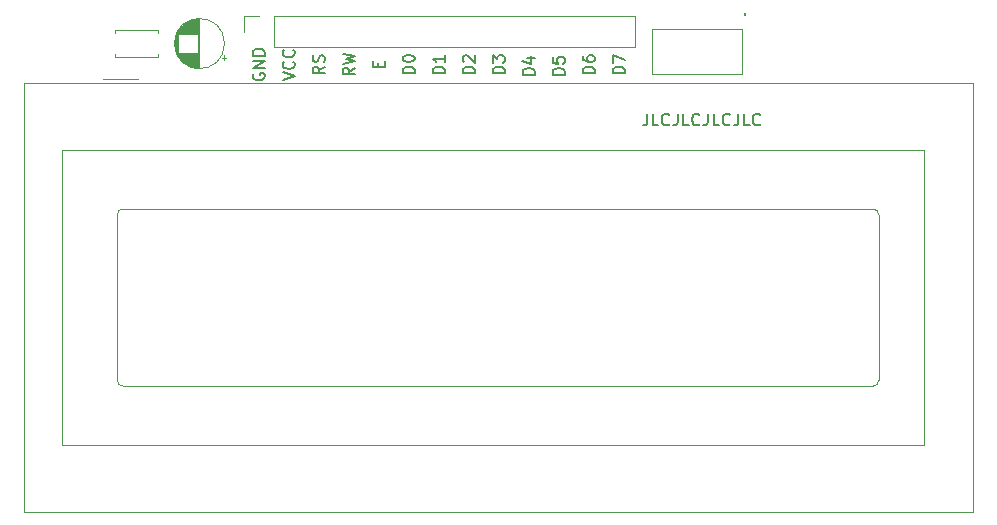
<source format=gto>
G04 #@! TF.GenerationSoftware,KiCad,Pcbnew,(5.1.10-1-10_14)*
G04 #@! TF.CreationDate,2021-10-29T14:21:52+02:00*
G04 #@! TF.ProjectId,lcd,6c63642e-6b69-4636-9164-5f7063625858,rev?*
G04 #@! TF.SameCoordinates,Original*
G04 #@! TF.FileFunction,Legend,Top*
G04 #@! TF.FilePolarity,Positive*
%FSLAX46Y46*%
G04 Gerber Fmt 4.6, Leading zero omitted, Abs format (unit mm)*
G04 Created by KiCad (PCBNEW (5.1.10-1-10_14)) date 2021-10-29 14:21:52*
%MOMM*%
%LPD*%
G01*
G04 APERTURE LIST*
%ADD10C,0.150000*%
%ADD11C,0.120000*%
%ADD12C,0.100000*%
%ADD13C,0.200000*%
%ADD14R,1.200000X1.200000*%
%ADD15C,1.200000*%
%ADD16C,1.303000*%
%ADD17O,1.700000X1.700000*%
%ADD18R,1.700000X1.700000*%
%ADD19C,3.000000*%
%ADD20O,1.800000X2.600000*%
%ADD21R,1.800000X2.600000*%
%ADD22C,1.600000*%
G04 APERTURE END LIST*
D10*
X147772380Y-94972095D02*
X146772380Y-94972095D01*
X146772380Y-94734000D01*
X146820000Y-94591142D01*
X146915238Y-94495904D01*
X147010476Y-94448285D01*
X147200952Y-94400666D01*
X147343809Y-94400666D01*
X147534285Y-94448285D01*
X147629523Y-94495904D01*
X147724761Y-94591142D01*
X147772380Y-94734000D01*
X147772380Y-94972095D01*
X146772380Y-94067333D02*
X146772380Y-93400666D01*
X147772380Y-93829238D01*
X145232380Y-94972095D02*
X144232380Y-94972095D01*
X144232380Y-94734000D01*
X144280000Y-94591142D01*
X144375238Y-94495904D01*
X144470476Y-94448285D01*
X144660952Y-94400666D01*
X144803809Y-94400666D01*
X144994285Y-94448285D01*
X145089523Y-94495904D01*
X145184761Y-94591142D01*
X145232380Y-94734000D01*
X145232380Y-94972095D01*
X144232380Y-93543523D02*
X144232380Y-93734000D01*
X144280000Y-93829238D01*
X144327619Y-93876857D01*
X144470476Y-93972095D01*
X144660952Y-94019714D01*
X145041904Y-94019714D01*
X145137142Y-93972095D01*
X145184761Y-93924476D01*
X145232380Y-93829238D01*
X145232380Y-93638761D01*
X145184761Y-93543523D01*
X145137142Y-93495904D01*
X145041904Y-93448285D01*
X144803809Y-93448285D01*
X144708571Y-93495904D01*
X144660952Y-93543523D01*
X144613333Y-93638761D01*
X144613333Y-93829238D01*
X144660952Y-93924476D01*
X144708571Y-93972095D01*
X144803809Y-94019714D01*
X142692380Y-95099095D02*
X141692380Y-95099095D01*
X141692380Y-94861000D01*
X141740000Y-94718142D01*
X141835238Y-94622904D01*
X141930476Y-94575285D01*
X142120952Y-94527666D01*
X142263809Y-94527666D01*
X142454285Y-94575285D01*
X142549523Y-94622904D01*
X142644761Y-94718142D01*
X142692380Y-94861000D01*
X142692380Y-95099095D01*
X141692380Y-93622904D02*
X141692380Y-94099095D01*
X142168571Y-94146714D01*
X142120952Y-94099095D01*
X142073333Y-94003857D01*
X142073333Y-93765761D01*
X142120952Y-93670523D01*
X142168571Y-93622904D01*
X142263809Y-93575285D01*
X142501904Y-93575285D01*
X142597142Y-93622904D01*
X142644761Y-93670523D01*
X142692380Y-93765761D01*
X142692380Y-94003857D01*
X142644761Y-94099095D01*
X142597142Y-94146714D01*
X140152380Y-95099095D02*
X139152380Y-95099095D01*
X139152380Y-94861000D01*
X139200000Y-94718142D01*
X139295238Y-94622904D01*
X139390476Y-94575285D01*
X139580952Y-94527666D01*
X139723809Y-94527666D01*
X139914285Y-94575285D01*
X140009523Y-94622904D01*
X140104761Y-94718142D01*
X140152380Y-94861000D01*
X140152380Y-95099095D01*
X139485714Y-93670523D02*
X140152380Y-93670523D01*
X139104761Y-93908619D02*
X139819047Y-94146714D01*
X139819047Y-93527666D01*
X137612380Y-94972095D02*
X136612380Y-94972095D01*
X136612380Y-94734000D01*
X136660000Y-94591142D01*
X136755238Y-94495904D01*
X136850476Y-94448285D01*
X137040952Y-94400666D01*
X137183809Y-94400666D01*
X137374285Y-94448285D01*
X137469523Y-94495904D01*
X137564761Y-94591142D01*
X137612380Y-94734000D01*
X137612380Y-94972095D01*
X136612380Y-94067333D02*
X136612380Y-93448285D01*
X136993333Y-93781619D01*
X136993333Y-93638761D01*
X137040952Y-93543523D01*
X137088571Y-93495904D01*
X137183809Y-93448285D01*
X137421904Y-93448285D01*
X137517142Y-93495904D01*
X137564761Y-93543523D01*
X137612380Y-93638761D01*
X137612380Y-93924476D01*
X137564761Y-94019714D01*
X137517142Y-94067333D01*
X135072380Y-94972095D02*
X134072380Y-94972095D01*
X134072380Y-94734000D01*
X134120000Y-94591142D01*
X134215238Y-94495904D01*
X134310476Y-94448285D01*
X134500952Y-94400666D01*
X134643809Y-94400666D01*
X134834285Y-94448285D01*
X134929523Y-94495904D01*
X135024761Y-94591142D01*
X135072380Y-94734000D01*
X135072380Y-94972095D01*
X134167619Y-94019714D02*
X134120000Y-93972095D01*
X134072380Y-93876857D01*
X134072380Y-93638761D01*
X134120000Y-93543523D01*
X134167619Y-93495904D01*
X134262857Y-93448285D01*
X134358095Y-93448285D01*
X134500952Y-93495904D01*
X135072380Y-94067333D01*
X135072380Y-93448285D01*
X132532380Y-94972095D02*
X131532380Y-94972095D01*
X131532380Y-94734000D01*
X131580000Y-94591142D01*
X131675238Y-94495904D01*
X131770476Y-94448285D01*
X131960952Y-94400666D01*
X132103809Y-94400666D01*
X132294285Y-94448285D01*
X132389523Y-94495904D01*
X132484761Y-94591142D01*
X132532380Y-94734000D01*
X132532380Y-94972095D01*
X132532380Y-93448285D02*
X132532380Y-94019714D01*
X132532380Y-93734000D02*
X131532380Y-93734000D01*
X131675238Y-93829238D01*
X131770476Y-93924476D01*
X131818095Y-94019714D01*
X129992380Y-94972095D02*
X128992380Y-94972095D01*
X128992380Y-94734000D01*
X129040000Y-94591142D01*
X129135238Y-94495904D01*
X129230476Y-94448285D01*
X129420952Y-94400666D01*
X129563809Y-94400666D01*
X129754285Y-94448285D01*
X129849523Y-94495904D01*
X129944761Y-94591142D01*
X129992380Y-94734000D01*
X129992380Y-94972095D01*
X128992380Y-93781619D02*
X128992380Y-93686380D01*
X129040000Y-93591142D01*
X129087619Y-93543523D01*
X129182857Y-93495904D01*
X129373333Y-93448285D01*
X129611428Y-93448285D01*
X129801904Y-93495904D01*
X129897142Y-93543523D01*
X129944761Y-93591142D01*
X129992380Y-93686380D01*
X129992380Y-93781619D01*
X129944761Y-93876857D01*
X129897142Y-93924476D01*
X129801904Y-93972095D01*
X129611428Y-94019714D01*
X129373333Y-94019714D01*
X129182857Y-93972095D01*
X129087619Y-93924476D01*
X129040000Y-93876857D01*
X128992380Y-93781619D01*
X126928571Y-94448285D02*
X126928571Y-94114952D01*
X127452380Y-93972095D02*
X127452380Y-94448285D01*
X126452380Y-94448285D01*
X126452380Y-93972095D01*
X124912380Y-94495904D02*
X124436190Y-94829238D01*
X124912380Y-95067333D02*
X123912380Y-95067333D01*
X123912380Y-94686380D01*
X123960000Y-94591142D01*
X124007619Y-94543523D01*
X124102857Y-94495904D01*
X124245714Y-94495904D01*
X124340952Y-94543523D01*
X124388571Y-94591142D01*
X124436190Y-94686380D01*
X124436190Y-95067333D01*
X123912380Y-94162571D02*
X124912380Y-93924476D01*
X124198095Y-93734000D01*
X124912380Y-93543523D01*
X123912380Y-93305428D01*
X122372380Y-94400666D02*
X121896190Y-94734000D01*
X122372380Y-94972095D02*
X121372380Y-94972095D01*
X121372380Y-94591142D01*
X121420000Y-94495904D01*
X121467619Y-94448285D01*
X121562857Y-94400666D01*
X121705714Y-94400666D01*
X121800952Y-94448285D01*
X121848571Y-94495904D01*
X121896190Y-94591142D01*
X121896190Y-94972095D01*
X122324761Y-94019714D02*
X122372380Y-93876857D01*
X122372380Y-93638761D01*
X122324761Y-93543523D01*
X122277142Y-93495904D01*
X122181904Y-93448285D01*
X122086666Y-93448285D01*
X121991428Y-93495904D01*
X121943809Y-93543523D01*
X121896190Y-93638761D01*
X121848571Y-93829238D01*
X121800952Y-93924476D01*
X121753333Y-93972095D01*
X121658095Y-94019714D01*
X121562857Y-94019714D01*
X121467619Y-93972095D01*
X121420000Y-93924476D01*
X121372380Y-93829238D01*
X121372380Y-93591142D01*
X121420000Y-93448285D01*
X118832380Y-95567333D02*
X119832380Y-95234000D01*
X118832380Y-94900666D01*
X119737142Y-93995904D02*
X119784761Y-94043523D01*
X119832380Y-94186380D01*
X119832380Y-94281619D01*
X119784761Y-94424476D01*
X119689523Y-94519714D01*
X119594285Y-94567333D01*
X119403809Y-94614952D01*
X119260952Y-94614952D01*
X119070476Y-94567333D01*
X118975238Y-94519714D01*
X118880000Y-94424476D01*
X118832380Y-94281619D01*
X118832380Y-94186380D01*
X118880000Y-94043523D01*
X118927619Y-93995904D01*
X119737142Y-92995904D02*
X119784761Y-93043523D01*
X119832380Y-93186380D01*
X119832380Y-93281619D01*
X119784761Y-93424476D01*
X119689523Y-93519714D01*
X119594285Y-93567333D01*
X119403809Y-93614952D01*
X119260952Y-93614952D01*
X119070476Y-93567333D01*
X118975238Y-93519714D01*
X118880000Y-93424476D01*
X118832380Y-93281619D01*
X118832380Y-93186380D01*
X118880000Y-93043523D01*
X118927619Y-92995904D01*
X116340000Y-94995904D02*
X116292380Y-95091142D01*
X116292380Y-95234000D01*
X116340000Y-95376857D01*
X116435238Y-95472095D01*
X116530476Y-95519714D01*
X116720952Y-95567333D01*
X116863809Y-95567333D01*
X117054285Y-95519714D01*
X117149523Y-95472095D01*
X117244761Y-95376857D01*
X117292380Y-95234000D01*
X117292380Y-95138761D01*
X117244761Y-94995904D01*
X117197142Y-94948285D01*
X116863809Y-94948285D01*
X116863809Y-95138761D01*
X117292380Y-94519714D02*
X116292380Y-94519714D01*
X117292380Y-93948285D01*
X116292380Y-93948285D01*
X117292380Y-93472095D02*
X116292380Y-93472095D01*
X116292380Y-93234000D01*
X116340000Y-93091142D01*
X116435238Y-92995904D01*
X116530476Y-92948285D01*
X116720952Y-92900666D01*
X116863809Y-92900666D01*
X117054285Y-92948285D01*
X117149523Y-92995904D01*
X117244761Y-93091142D01*
X117292380Y-93234000D01*
X117292380Y-93472095D01*
X149685952Y-98385380D02*
X149685952Y-99099666D01*
X149638333Y-99242523D01*
X149543095Y-99337761D01*
X149400238Y-99385380D01*
X149305000Y-99385380D01*
X150638333Y-99385380D02*
X150162142Y-99385380D01*
X150162142Y-98385380D01*
X151543095Y-99290142D02*
X151495476Y-99337761D01*
X151352619Y-99385380D01*
X151257380Y-99385380D01*
X151114523Y-99337761D01*
X151019285Y-99242523D01*
X150971666Y-99147285D01*
X150924047Y-98956809D01*
X150924047Y-98813952D01*
X150971666Y-98623476D01*
X151019285Y-98528238D01*
X151114523Y-98433000D01*
X151257380Y-98385380D01*
X151352619Y-98385380D01*
X151495476Y-98433000D01*
X151543095Y-98480619D01*
X152257380Y-98385380D02*
X152257380Y-99099666D01*
X152209761Y-99242523D01*
X152114523Y-99337761D01*
X151971666Y-99385380D01*
X151876428Y-99385380D01*
X153209761Y-99385380D02*
X152733571Y-99385380D01*
X152733571Y-98385380D01*
X154114523Y-99290142D02*
X154066904Y-99337761D01*
X153924047Y-99385380D01*
X153828809Y-99385380D01*
X153685952Y-99337761D01*
X153590714Y-99242523D01*
X153543095Y-99147285D01*
X153495476Y-98956809D01*
X153495476Y-98813952D01*
X153543095Y-98623476D01*
X153590714Y-98528238D01*
X153685952Y-98433000D01*
X153828809Y-98385380D01*
X153924047Y-98385380D01*
X154066904Y-98433000D01*
X154114523Y-98480619D01*
X154828809Y-98385380D02*
X154828809Y-99099666D01*
X154781190Y-99242523D01*
X154685952Y-99337761D01*
X154543095Y-99385380D01*
X154447857Y-99385380D01*
X155781190Y-99385380D02*
X155305000Y-99385380D01*
X155305000Y-98385380D01*
X156685952Y-99290142D02*
X156638333Y-99337761D01*
X156495476Y-99385380D01*
X156400238Y-99385380D01*
X156257380Y-99337761D01*
X156162142Y-99242523D01*
X156114523Y-99147285D01*
X156066904Y-98956809D01*
X156066904Y-98813952D01*
X156114523Y-98623476D01*
X156162142Y-98528238D01*
X156257380Y-98433000D01*
X156400238Y-98385380D01*
X156495476Y-98385380D01*
X156638333Y-98433000D01*
X156685952Y-98480619D01*
X157400238Y-98385380D02*
X157400238Y-99099666D01*
X157352619Y-99242523D01*
X157257380Y-99337761D01*
X157114523Y-99385380D01*
X157019285Y-99385380D01*
X158352619Y-99385380D02*
X157876428Y-99385380D01*
X157876428Y-98385380D01*
X159257380Y-99290142D02*
X159209761Y-99337761D01*
X159066904Y-99385380D01*
X158971666Y-99385380D01*
X158828809Y-99337761D01*
X158733571Y-99242523D01*
X158685952Y-99147285D01*
X158638333Y-98956809D01*
X158638333Y-98813952D01*
X158685952Y-98623476D01*
X158733571Y-98528238D01*
X158828809Y-98433000D01*
X158971666Y-98385380D01*
X159066904Y-98385380D01*
X159209761Y-98433000D01*
X159257380Y-98480619D01*
D11*
X113845801Y-93851000D02*
X113845801Y-93451000D01*
X114045801Y-93651000D02*
X113645801Y-93651000D01*
X109695000Y-92826000D02*
X109695000Y-92086000D01*
X109735000Y-92993000D02*
X109735000Y-91919000D01*
X109775000Y-93120000D02*
X109775000Y-91792000D01*
X109815000Y-93224000D02*
X109815000Y-91688000D01*
X109855000Y-93315000D02*
X109855000Y-91597000D01*
X109895000Y-93396000D02*
X109895000Y-91516000D01*
X109935000Y-93469000D02*
X109935000Y-91443000D01*
X109975000Y-91616000D02*
X109975000Y-91376000D01*
X109975000Y-93536000D02*
X109975000Y-93296000D01*
X110015000Y-91616000D02*
X110015000Y-91314000D01*
X110015000Y-93598000D02*
X110015000Y-93296000D01*
X110055000Y-91616000D02*
X110055000Y-91256000D01*
X110055000Y-93656000D02*
X110055000Y-93296000D01*
X110095000Y-91616000D02*
X110095000Y-91202000D01*
X110095000Y-93710000D02*
X110095000Y-93296000D01*
X110135000Y-91616000D02*
X110135000Y-91152000D01*
X110135000Y-93760000D02*
X110135000Y-93296000D01*
X110175000Y-91616000D02*
X110175000Y-91105000D01*
X110175000Y-93807000D02*
X110175000Y-93296000D01*
X110215000Y-91616000D02*
X110215000Y-91060000D01*
X110215000Y-93852000D02*
X110215000Y-93296000D01*
X110255000Y-91616000D02*
X110255000Y-91018000D01*
X110255000Y-93894000D02*
X110255000Y-93296000D01*
X110295000Y-91616000D02*
X110295000Y-90978000D01*
X110295000Y-93934000D02*
X110295000Y-93296000D01*
X110335000Y-91616000D02*
X110335000Y-90940000D01*
X110335000Y-93972000D02*
X110335000Y-93296000D01*
X110375000Y-91616000D02*
X110375000Y-90904000D01*
X110375000Y-94008000D02*
X110375000Y-93296000D01*
X110415000Y-91616000D02*
X110415000Y-90869000D01*
X110415000Y-94043000D02*
X110415000Y-93296000D01*
X110455000Y-91616000D02*
X110455000Y-90837000D01*
X110455000Y-94075000D02*
X110455000Y-93296000D01*
X110495000Y-91616000D02*
X110495000Y-90806000D01*
X110495000Y-94106000D02*
X110495000Y-93296000D01*
X110535000Y-91616000D02*
X110535000Y-90776000D01*
X110535000Y-94136000D02*
X110535000Y-93296000D01*
X110575000Y-91616000D02*
X110575000Y-90748000D01*
X110575000Y-94164000D02*
X110575000Y-93296000D01*
X110615000Y-91616000D02*
X110615000Y-90721000D01*
X110615000Y-94191000D02*
X110615000Y-93296000D01*
X110655000Y-91616000D02*
X110655000Y-90696000D01*
X110655000Y-94216000D02*
X110655000Y-93296000D01*
X110695000Y-91616000D02*
X110695000Y-90671000D01*
X110695000Y-94241000D02*
X110695000Y-93296000D01*
X110735000Y-91616000D02*
X110735000Y-90648000D01*
X110735000Y-94264000D02*
X110735000Y-93296000D01*
X110775000Y-91616000D02*
X110775000Y-90626000D01*
X110775000Y-94286000D02*
X110775000Y-93296000D01*
X110815000Y-91616000D02*
X110815000Y-90605000D01*
X110815000Y-94307000D02*
X110815000Y-93296000D01*
X110855000Y-91616000D02*
X110855000Y-90586000D01*
X110855000Y-94326000D02*
X110855000Y-93296000D01*
X110895000Y-91616000D02*
X110895000Y-90567000D01*
X110895000Y-94345000D02*
X110895000Y-93296000D01*
X110935000Y-91616000D02*
X110935000Y-90549000D01*
X110935000Y-94363000D02*
X110935000Y-93296000D01*
X110975000Y-91616000D02*
X110975000Y-90532000D01*
X110975000Y-94380000D02*
X110975000Y-93296000D01*
X111015000Y-91616000D02*
X111015000Y-90516000D01*
X111015000Y-94396000D02*
X111015000Y-93296000D01*
X111055000Y-91616000D02*
X111055000Y-90502000D01*
X111055000Y-94410000D02*
X111055000Y-93296000D01*
X111096000Y-91616000D02*
X111096000Y-90488000D01*
X111096000Y-94424000D02*
X111096000Y-93296000D01*
X111136000Y-91616000D02*
X111136000Y-90474000D01*
X111136000Y-94438000D02*
X111136000Y-93296000D01*
X111176000Y-91616000D02*
X111176000Y-90462000D01*
X111176000Y-94450000D02*
X111176000Y-93296000D01*
X111216000Y-91616000D02*
X111216000Y-90451000D01*
X111216000Y-94461000D02*
X111216000Y-93296000D01*
X111256000Y-91616000D02*
X111256000Y-90440000D01*
X111256000Y-94472000D02*
X111256000Y-93296000D01*
X111296000Y-91616000D02*
X111296000Y-90431000D01*
X111296000Y-94481000D02*
X111296000Y-93296000D01*
X111336000Y-91616000D02*
X111336000Y-90422000D01*
X111336000Y-94490000D02*
X111336000Y-93296000D01*
X111376000Y-91616000D02*
X111376000Y-90414000D01*
X111376000Y-94498000D02*
X111376000Y-93296000D01*
X111416000Y-91616000D02*
X111416000Y-90406000D01*
X111416000Y-94506000D02*
X111416000Y-93296000D01*
X111456000Y-91616000D02*
X111456000Y-90400000D01*
X111456000Y-94512000D02*
X111456000Y-93296000D01*
X111496000Y-91616000D02*
X111496000Y-90394000D01*
X111496000Y-94518000D02*
X111496000Y-93296000D01*
X111536000Y-91616000D02*
X111536000Y-90389000D01*
X111536000Y-94523000D02*
X111536000Y-93296000D01*
X111576000Y-91616000D02*
X111576000Y-90385000D01*
X111576000Y-94527000D02*
X111576000Y-93296000D01*
X111616000Y-94530000D02*
X111616000Y-90382000D01*
X111656000Y-94533000D02*
X111656000Y-90379000D01*
X111696000Y-94535000D02*
X111696000Y-90377000D01*
X111736000Y-94536000D02*
X111736000Y-90376000D01*
X111776000Y-94536000D02*
X111776000Y-90376000D01*
X113896000Y-92456000D02*
G75*
G03*
X113896000Y-92456000I-2120000J0D01*
G01*
D12*
X157734000Y-91186000D02*
X150114000Y-91186000D01*
X150114000Y-91186000D02*
X150114000Y-94996000D01*
X150114000Y-94996000D02*
X157734000Y-94996000D01*
X157734000Y-94996000D02*
X157734000Y-91186000D01*
D13*
X157964000Y-89916000D02*
X157964000Y-89916000D01*
X157964000Y-90016000D02*
X157964000Y-90016000D01*
X157964000Y-89916000D02*
X157964000Y-89916000D01*
X157964000Y-90016000D02*
G75*
G02*
X157964000Y-89916000I0J50000D01*
G01*
X157964000Y-89916000D02*
G75*
G02*
X157964000Y-90016000I0J-50000D01*
G01*
X157964000Y-90016000D02*
G75*
G02*
X157964000Y-89916000I0J50000D01*
G01*
D11*
X118110000Y-92770000D02*
X118110000Y-90110000D01*
X118110000Y-92770000D02*
X148650000Y-92770000D01*
X148650000Y-92770000D02*
X148650000Y-90110000D01*
X118110000Y-90110000D02*
X148650000Y-90110000D01*
X115510000Y-90110000D02*
X116840000Y-90110000D01*
X115510000Y-91440000D02*
X115510000Y-90110000D01*
X96961000Y-132101000D02*
X177241000Y-132101000D01*
X177241000Y-132101000D02*
X177241000Y-95821000D01*
X177241000Y-95821000D02*
X97761000Y-95821000D01*
X96961000Y-95821000D02*
X96961000Y-132101000D01*
X96971000Y-95821000D02*
X97761000Y-95821000D01*
X103601000Y-95461000D02*
X106601000Y-95461000D01*
X105301000Y-106461000D02*
X168801000Y-106461000D01*
X104801280Y-120960320D02*
X104801280Y-106961000D01*
X168801660Y-121461000D02*
X105301000Y-121461000D01*
X169301000Y-106961000D02*
X169301000Y-120961000D01*
X100101000Y-101461000D02*
X173101000Y-101461000D01*
X173101000Y-101461000D02*
X173101000Y-126461000D01*
X173101000Y-126461000D02*
X100101000Y-126461000D01*
X100101000Y-126461000D02*
X100101000Y-101461000D01*
X105301660Y-106459460D02*
G75*
G03*
X104801280Y-106959840I0J-500380D01*
G01*
X104801280Y-120960320D02*
G75*
G03*
X105301660Y-121460700I500380J0D01*
G01*
X168801660Y-121460700D02*
G75*
G03*
X169302040Y-120960320I0J500380D01*
G01*
X169301000Y-106961000D02*
G75*
G03*
X168801000Y-106461000I-500000J0D01*
G01*
X108266000Y-93626000D02*
X104626000Y-93626000D01*
X108266000Y-91286000D02*
X104626000Y-91286000D01*
X108266000Y-93626000D02*
X108266000Y-93381000D01*
X108266000Y-91531000D02*
X108266000Y-91286000D01*
X104626000Y-93626000D02*
X104626000Y-93381000D01*
X104626000Y-91531000D02*
X104626000Y-91286000D01*
%LPC*%
D14*
X112776000Y-92456000D03*
D15*
X110776000Y-92456000D03*
D16*
X156464000Y-89916000D03*
X153924000Y-89916000D03*
X151384000Y-89916000D03*
D17*
X147320000Y-91440000D03*
X144780000Y-91440000D03*
X142240000Y-91440000D03*
X139700000Y-91440000D03*
X137160000Y-91440000D03*
X134620000Y-91440000D03*
X132080000Y-91440000D03*
X129540000Y-91440000D03*
X127000000Y-91440000D03*
X124460000Y-91440000D03*
X121920000Y-91440000D03*
X119380000Y-91440000D03*
D18*
X116840000Y-91440000D03*
D19*
X174601000Y-98461000D03*
X174600480Y-129461700D03*
X99601900Y-129461700D03*
X99601900Y-98461000D03*
D20*
X143201000Y-98461000D03*
X140661000Y-98461000D03*
X138121000Y-98461000D03*
X135581000Y-98461000D03*
X133041000Y-98461000D03*
X130501000Y-98461000D03*
X127961000Y-98461000D03*
X125421000Y-98461000D03*
X122881000Y-98461000D03*
X120341000Y-98461000D03*
X117801000Y-98461000D03*
X115261000Y-98461000D03*
X112721000Y-98461000D03*
X110181000Y-98461000D03*
X107641000Y-98461000D03*
D21*
X105101000Y-98461000D03*
D22*
X105196000Y-92456000D03*
X107696000Y-92456000D03*
M02*

</source>
